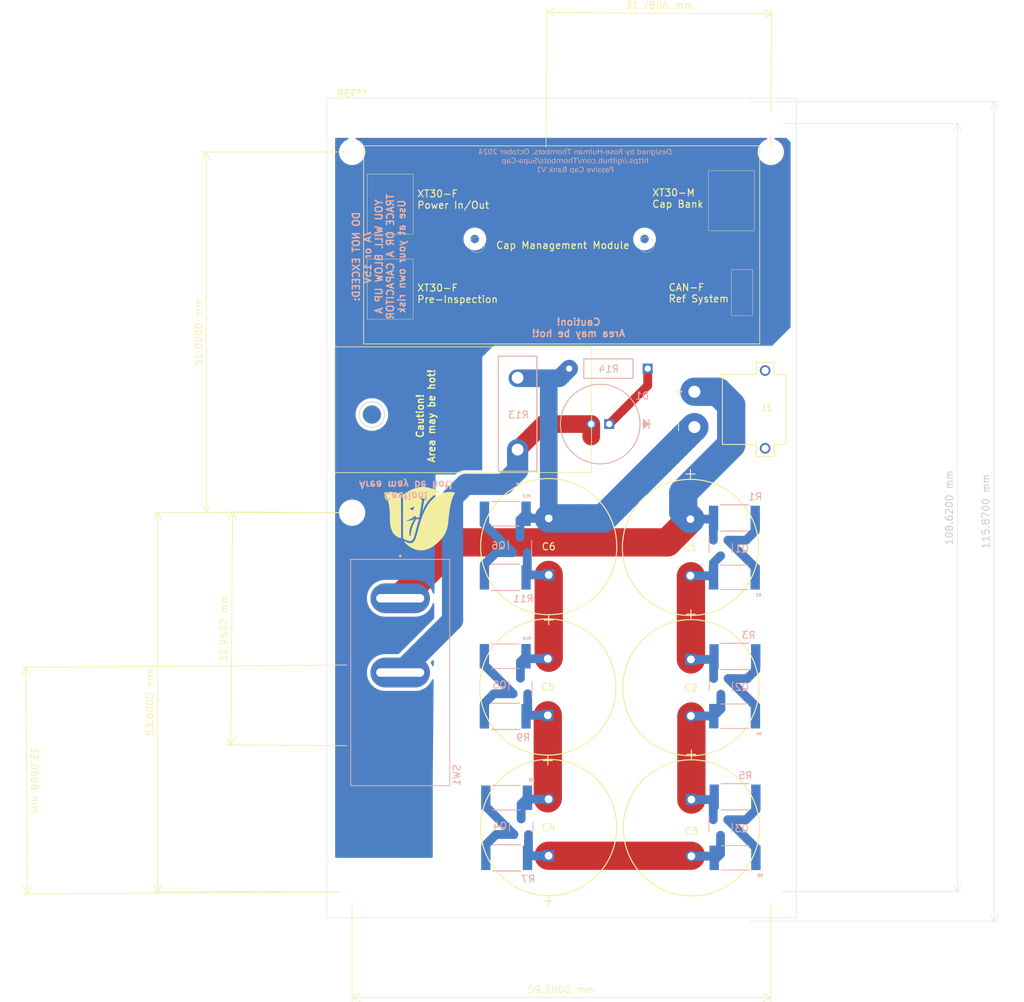
<source format=kicad_pcb>
(kicad_pcb (version 20240108) (generator "pcbnew") (generator_version "8.0")
  (layers (0 "F.Cu" signal) (31 "B.Cu" signal) (34 "B.Paste" user) (35 "F.Paste" user) (36 "B.SilkS" user "B.Silkscreen") (37 "F.SilkS" user "F.Silkscreen") (38 "B.Mask" user) (39 "F.Mask" user) (44 "Edge.Cuts" user))
  (net 0 "")
  (net 1 "V_15")
  (net 2 "Net-(C1--)")
  (net 3 "Net-(C2--)")
  (net 4 "Net-(C3--)")
  (net 5 "Net-(C4--)")
  (net 6 "Net-(C5--)")
  (net 7 "GND")
  (net 8 "Net-(D1-K)")
  (net 9 "Net-(D1-A)")
  (net 10 "Net-(Q1-B)")
  (net 11 "Net-(Q2-B)")
  (net 12 "Net-(Q3-B)")
  (net 13 "Net-(Q4-B)")
  (net 14 "Net-(Q5-B)")
  (net 15 "Net-(Q6-B)")
  (footprint "MountingHole:MountingHole_3.2mm_M3" (layer "F.Cu") (at 130.62 31.55)
    (property "Reference" "REF**" (at 0 -4.2 0) (layer "F.SilkS"))
    (property "Value" "MountingHole_3.2mm_M3")
    (pad "" np_thru_hole circle (at 0 0) (size 3.2 3.2) (drill 3.2) (layers "*.Cu" "*.Mask"))
  )
  (footprint "MountingHole:MountingHole_3.2mm_M3" (layer "F.Cu") (at 189.83 31.58)
    (property "Reference" "REF**" (hide yes))
    (property "Value" "MountingHole_3.2mm_M3")
    (pad "" np_thru_hole circle (at 0 0) (size 3.2 3.2) (drill 3.2) (layers "*.Cu" "*.Mask"))
  )
  (footprint "PassiveBankV1:100F Kyocera Cap" (layer "F.Cu") (at 178.419813 91.769012 -90)
    (property "Reference" "C1" (at -0.2536 -0.016187 0) (layer "F.SilkS"))
    (property "Value" "100F")
    (pad "1" thru_hole rect (at -4.2536 -0.016187 270) (size 1.6002 1.6002) (drill 1.0922) (layers "*.Cu" "*.Mask") (net 1 "V_15"))
    (pad "2" thru_hole circle (at 3.746399 -0.016187 270) (size 1.6002 1.6002) (drill 1.0922) (layers "*.Cu" "*.Mask") (net 2 "Net-(C1--)"))
  )
  (footprint "PassiveBankV1:100F Kyocera Cap" (layer "F.Cu") (at 158.285973 110.992797 90)
    (property "Reference" "C5" (at -0.2536 -0.016187 0) (layer "F.SilkS"))
    (property "Value" "100F")
    (pad "1" thru_hole rect (at -4.2536 -0.016187 90) (size 1.6002 1.6002) (drill 1.0922) (layers "*.Cu" "*.Mask") (net 5 "Net-(C4--)"))
    (pad "2" thru_hole circle (at 3.746399 -0.016187 90) (size 1.6002 1.6002) (drill 1.0922) (layers "*.Cu" "*.Mask") (net 6 "Net-(C5--)"))
  )
  (footprint "PassiveBankV1:100F Kyocera Cap" (layer "F.Cu") (at 178.552187 131.418 -90)
    (property "Reference" "C3" (at 0.2464 -0.016187 0) (layer "F.SilkS"))
    (property "Value" "100F")
    (pad "1" thru_hole rect (at -4.2536 -0.016187 270) (size 1.6002 1.6002) (drill 1.0922) (layers "*.Cu" "*.Mask") (net 3 "Net-(C2--)"))
    (pad "2" thru_hole circle (at 3.746399 -0.016187 270) (size 1.6002 1.6002) (drill 1.0922) (layers "*.Cu" "*.Mask") (net 4 "Net-(C3--)"))
  )
  (footprint "PassiveBankV1:100F Kyocera Cap" (layer "F.Cu") (at 178.48744 111.596 -90)
    (property "Reference" "C2" (at -0.2536 -0.016187 0) (layer "F.SilkS"))
    (property "Value" "100F")
    (pad "1" thru_hole rect (at -4.2536 -0.016187 270) (size 1.6002 1.6002) (drill 1.0922) (layers "*.Cu" "*.Mask") (net 2 "Net-(C1--)"))
    (pad "2" thru_hole circle (at 3.746399 -0.016187 270) (size 1.6002 1.6002) (drill 1.0922) (layers "*.Cu" "*.Mask") (net 3 "Net-(C2--)"))
  )
  (footprint "PassiveBankV1:100F Kyocera Cap" (layer "F.Cu") (at 158.4 130.853602 90)
    (property "Reference" "C4" (at -0.2536 -0.016187 0) (layer "F.SilkS"))
    (property "Value" "100F")
    (pad "1" thru_hole rect (at -4.2536 -0.016187 90) (size 1.6002 1.6002) (drill 1.0922) (layers "*.Cu" "*.Mask") (net 4 "Net-(C3--)"))
    (pad "2" thru_hole circle (at 3.746399 -0.016187 90) (size 1.6002 1.6002) (drill 1.0922) (layers "*.Cu" "*.Mask") (net 5 "Net-(C4--)"))
  )
  (footprint "MountingHole:MountingHole_3.2mm_M3" (layer "F.Cu") (at 189.8 140.2)
    (property "Reference" "REF**" (hide yes))
    (property "Value" "MountingHole_3.2mm_M3")
    (pad "" np_thru_hole circle (at 0 0) (size 3.2 3.2) (drill 3.2) (layers "*.Cu" "*.Mask"))
  )
  (footprint "MountingHole:MountingHole_3.2mm_M3" (layer "F.Cu") (at 168.219813 101.4)
    (property "Reference" "REF**" (hide yes))
    (property "Value" "MountingHole_3.2mm_M3")
    (pad "" np_thru_hole circle (at 0 0) (size 3.2 3.2) (drill 3.2) (layers "*.Cu" "*.Mask"))
  )
  (footprint "PassiveBankV1:100F Kyocera Cap" (layer "F.Cu") (at 158.416187 91.1464 90)
    (property "Reference" "C6" (at -0.2536 -0.016187 0) (layer "F.SilkS"))
    (property "Value" "100F")
    (pad "1" thru_hole rect (at -4.2536 -0.016187 90) (size 1.6002 1.6002) (drill 1.0922) (layers "*.Cu" "*.Mask") (net 6 "Net-(C5--)"))
    (pad "2" thru_hole circle (at 3.746399 -0.016187 90) (size 1.6002 1.6002) (drill 1.0922) (layers "*.Cu" "*.Mask") (net 7 "GND"))
  )
  (footprint "PassiveBankV1:XT30PW-M" (layer "F.Cu") (at 189 72 -90)
    (property "Reference" "J1" (at -0.2 -0.23 0) (layer "F.SilkS"))
    (property "Value" "XT30-Male")
    (pad "N" thru_hole circle (at 2.5 10 270) (size 2.55 2.55) (drill 1.7) (layers "*.Cu" "*.Mask") (net 7 "GND"))
    (pad "P" thru_hole rect (at -2.5 10 270) (size 2.55 2.55) (drill 1.7) (layers "*.Cu" "*.Mask") (net 1 "V_15"))
    (pad "S1" thru_hole circle (at 5.5 0 270) (size 1.508 1.508) (drill 1) (layers "*.Cu" "*.Mask"))
    (pad "S2" thru_hole circle (at -5.5 0 270) (size 1.508 1.508) (drill 1) (layers "*.Cu" "*.Mask"))
  )
  (footprint "MountingHole:MountingHole_3.2mm_M3" (layer "F.Cu") (at 168.4 121.2)
    (property "Reference" "REF**" (hide yes))
    (property "Value" "MountingHole_3.2mm_M3")
    (pad "" np_thru_hole circle (at 0 0) (size 3.2 3.2) (drill 3.2) (layers "*.Cu" "*.Mask"))
  )
  (footprint "MountingHole:MountingHole_3.2mm_M3" (layer "F.Cu") (at 130.6 86.6)
    (property "Reference" "REF**" (hide yes))
    (property "Value" "MountingHole_3.2mm_M3")
    (pad "" np_thru_hole circle (at 0 0) (size 3.2 3.2) (drill 3.2) (layers "F&B.Cu" "*.SilkS" "*.Mask" "B.Adhes"))
  )
  (footprint "PassiveBankV1:10mm RM Logo" (layer "F.Cu") (at 140.13 87.44)
    (property "Reference" "G***" (hide yes))
    (property "Value" "LOGO" (hide yes))
  )
  (footprint "MountingHole:MountingHole_3.2mm_M3" (layer "F.Cu") (at 130.6 140.2)
    (property "Reference" "REF**" (hide yes))
    (property "Value" "MountingHole_3.2mm_M3")
    (pad "" np_thru_hole circle (at 0 0) (size 3.2 3.2) (drill 3.2) (layers "*.Cu" "*.Mask"))
  )
  (footprint "MountingHole:MountingHole_3.2mm_M3" (layer "F.Cu") (at 189.8 101.4)
    (property "Reference" "REF**" (hide yes))
    (property "Value" "MountingHole_3.2mm_M3")
    (pad "" np_thru_hole circle (at 0 0) (size 3.2 3.2) (drill 3.2) (layers "*.Cu" "*.Mask"))
  )
  (footprint "PassiveBankV1:NPN BJT" (layer "B.Cu") (at 182.688 131.264 -90)
    (property "Reference" "Q3" (at 0 -3 0) (layer "B.SilkS") (effects (justify mirror)))
    (property "Value" "BC817-40" (hide yes))
    (pad "1" smd roundrect (at -1.25 1.03 270) (size 1 0.6) (layers "B.Cu" "B.Paste" "B.Mask") (net 3 "Net-(C2--)"))
    (pad "2" smd roundrect (at -1.25 -1.03 270) (size 1 0.6) (layers "B.Cu" "B.Paste" "B.Mask") (net 12 "Net-(Q3-B)"))
    (pad "3" smd roundrect (at 0.95 0 270) (size 1 0.6) (layers "B.Cu" "B.Paste" "B.Mask") (net 4 "Net-(C3--)"))
  )
  (footprint "PassiveBankV1:NPN BJT" (layer "B.Cu") (at 154.4 110.95 90)
    (property "Reference" "Q5" (at 0 -2.95 0) (layer "B.SilkS") (effects (justify mirror)))
    (property "Value" "BC817-40" (hide yes))
    (pad "1" smd roundrect (at -1.25 1.03 90) (size 1 0.6) (layers "B.Cu" "B.Paste" "B.Mask") (net 5 "Net-(C4--)"))
    (pad "2" smd roundrect (at -1.25 -1.03 90) (size 1 0.6) (layers "B.Cu" "B.Paste" "B.Mask") (net 14 "Net-(Q5-B)"))
    (pad "3" smd roundrect (at 0.95 0 90) (size 1 0.6) (layers "B.Cu" "B.Paste" "B.Mask") (net 6 "Net-(C5--)"))
  )
  (footprint "PassiveBankV1:20kResistor" (layer "B.Cu") (at 152.24856 115.3928 180)
    (property "Reference" "R9" (at -2.5536 -3.000002 0) (layer "B.SilkS") (effects (justify mirror)))
    (property "Value" "20k")
    (pad "1" smd rect (at -2.9464 0 180) (size 1.3208 3.4544) (layers "B.Cu" "B.Paste" "B.Mask") (net 5 "Net-(C4--)"))
    (pad "2" smd rect (at 2.9464 0 180) (size 1.3208 3.4544) (layers "B.Cu" "B.Paste" "B.Mask") (net 14 "Net-(Q5-B)"))
    (zone (net 0) (net_name "") (layer "B.Cu") (connect_pads (clearance 0)) (min_thickness 0.254)
      (keepout (tracks not_allowed) (vias not_allowed) (pads allowed) (copperpour not_allowed) (footprints allowed))
      (fill (thermal_gap 0.508) (thermal_bridge_width 0.508))
      (polygon (pts (xy 154.48376 113.7164) (xy 150.01336 113.7164) (xy 150.01336 117.0692) (xy 154.48376 117.0692)))
    )
  )
  (footprint "PassiveBankV1:680 Resistor" (layer "B.Cu") (at 166.9468 66.1825 180)
    (property "Reference" "R14" (at 0.0668 -0.0775 0) (layer "B.SilkS") (effects (justify mirror)))
    (property "Value" "680")
    (pad "1" thru_hole rect (at -5.44437 -0.0475 180) (size 1.397 1.397) (drill 0.889) (layers "*.Cu" "*.Mask") (net 8 "Net-(D1-K)"))
    (pad "2" thru_hole circle (at 5.65797 -0.0475 180) (size 1.397 1.397) (drill 0.889) (layers "*.Cu" "*.Mask") (net 7 "GND"))
  )
  (footprint "PassiveBankV1:20kResistor" (layer "B.Cu") (at 184.7416 126.764)
    (property "Reference" "R5" (at 1.47 -3 0) (layer "B.SilkS") (effects (justify mirror)))
    (property "Value" "20k")
    (pad "1" smd rect (at -2.9464 0) (size 1.3208 3.4544) (layers "B.Cu" "B.Paste" "B.Mask") (net 3 "Net-(C2--)"))
    (pad "2" smd rect (at 2.9464 0) (size 1.3208 3.4544) (layers "B.Cu" "B.Paste" "B.Mask") (net 12 "Net-(Q3-B)"))
    (zone (net 0) (net_name "") (layer "B.Cu") (connect_pads (clearance 0)) (min_thickness 0.254)
      (keepout (tracks not_allowed) (vias not_allowed) (pads allowed) (copperpour not_allowed) (footprints allowed))
      (fill (thermal_gap 0.508) (thermal_bridge_width 0.508))
      (polygon (pts (xy 182.5064 128.4404) (xy 186.9768 128.4404) (xy 186.9768 125.0876) (xy 182.5064 125.0876)))
    )
  )
  (footprint "PassiveBankV1:10mm LED" (layer "B.Cu") (at 165.618988 74.131012 180)
    (property "Reference" "D1" (at -6.001012 4.061012 0) (layer "B.SilkS") (effects (justify mirror)))
    (property "Value" "10mm_LED")
    (pad "1" thru_hole rect (at -1.331012 0.061012 180) (size 1.397 1.397) (drill 0.889) (layers "*.Cu" "*.Mask") (net 8 "Net-(D1-K)"))
    (pad "2" thru_hole circle (at 1.208988 0.061012 180) (size 1.397 1.397) (drill 0.889) (layers "*.Cu" "*.Mask") (net 9 "Net-(D1-A)"))
  )
  (footprint "PassiveBankV1:20kResistor" (layer "B.Cu") (at 184.650027 87.3424)
    (property "Reference" "R1" (at 2.9464 -3 0) (layer "B.SilkS") (effects (justify mirror)))
    (property "Value" "20k")
    (pad "1" smd rect (at -2.9464 0) (size 1.3208 3.4544) (layers "B.Cu" "B.Paste" "B.Mask") (net 1 "V_15"))
    (pad "2" smd rect (at 2.9464 0) (size 1.3208 3.4544) (layers "B.Cu" "B.Paste" "B.Mask") (net 10 "Net-(Q1-B)"))
    (zone (net 0) (net_name "") (layer "B.Cu") (connect_pads (clearance 0)) (min_thickness 0.254)
      (keepout (tracks not_allowed) (vias not_allowed) (pads allowed) (copperpour not_allowed) (footprints allowed))
      (fill (thermal_gap 0.508) (thermal_bridge_width 0.508))
      (polygon (pts (xy 182.414827 89.0188) (xy 186.885227 89.0188) (xy 186.885227 85.666) (xy 182.414827 85.666)))
    )
  )
  (footprint "PassiveBankV1:20kResistor" (layer "B.Cu") (at 152.2536 95.75 180)
    (property "Reference" "R11" (at -2.5536 -3.000001 0) (layer "B.SilkS") (effects (justify mirror)))
    (property "Value" "20k")
    (pad "1" smd rect (at -2.9464 0 180) (size 1.3208 3.4544) (layers "B.Cu" "B.Paste" "B.Mask") (net 6 "Net-(C5--)"))
    (pad "2" smd rect (at 2.9464 0 180) (size 1.3208 3.4544) (layers "B.Cu" "B.Paste" "B.Mask") (net 15 "Net-(Q6-B)"))
    (zone (net 0) (net_name "") (layer "B.Cu") (connect_pads (clearance 0)) (min_thickness 0.254)
      (keepout (tracks not_allowed) (vias not_allowed) (pads allowed) (copperpour not_allowed) (footprints allowed))
      (fill (thermal_gap 0.508) (thermal_bridge_width 0.508))
      (polygon (pts (xy 154.4888 94.0736) (xy 150.0184 94.0736) (xy 150.0184 97.4264) (xy 154.4888 97.4264)))
    )
  )
  (footprint "PassiveBankV1:787Resistor" (layer "B.Cu") (at 152.24616 106.8928)
    (property "Reference" "R10" (at 3.056 -2.499999 0) (layer "B.SilkS") (effects (font (size 0.393701 0.393701)) (justify mirror)))
    (property "Value" "7.87k")
    (pad "1" smd rect (at -2.944 0) (size 1.33 3.46) (layers "B.Cu" "B.Paste" "B.Mask") (net 14 "Net-(Q5-B)"))
    (pad "2" smd rect (at 2.944 0) (size 1.33 3.46) (layers "B.Cu" "B.Paste" "B.Mask") (net 6 "Net-(C5--)"))
  )
  (footprint "PassiveBankV1:NPN BJT" (layer "B.Cu") (at 154.3372 91 90)
    (property "Reference" "Q6" (at -0.25 -3.03 0) (layer "B.SilkS") (effects (justify mirror)))
    (property "Value" "BC817-40" (hide yes))
    (pad "1" smd roundrect (at -1.25 1.03 90) (size 1 0.6) (layers "B.Cu" "B.Paste" "B.Mask") (net 6 "Net-(C5--)"))
    (pad "2" smd roundrect (at -1.25 -1.03 90) (size 1 0.6) (layers "B.Cu" "B.Paste" "B.Mask") (net 15 "Net-(Q6-B)"))
    (pad "3" smd roundrect (at 0.95 0 90) (size 1 0.6) (layers "B.Cu" "B.Paste" "B.Mask") (net 7 "GND"))
  )
  (footprint "PassiveBankV1:NPN BJT" (layer "B.Cu") (at 154.5072 130.85 90)
    (property "Reference" "Q4" (at -0.05 -3 0) (layer "B.SilkS") (effects (justify mirror)))
    (property "Value" "BC817-40" (hide yes))
    (pad "1" smd roundrect (at -1.25 1.03 90) (size 1 0.6) (layers "B.Cu" "B.Paste" "B.Mask") (net 4 "Net-(C3--)"))
    (pad "2" smd roundrect (at -1.25 -1.03 90) (size 1 0.6) (layers "B.Cu" "B.Paste" "B.Mask") (net 13 "Net-(Q4-B)"))
    (pad "3" smd roundrect (at 0.95 0 90) (size 1 0.6) (layers "B.Cu" "B.Paste" "B.Mask") (net 5 "Net-(C4--)"))
  )
  (footprint "PassiveBankV1:NPN BJT" (layer "B.Cu") (at 182.740054 111.3076 -90)
    (property "Reference" "Q2" (at -0.057199 -2.97 0) (layer "B.SilkS") (effects (justify mirror)))
    (property "Value" "BC817-40" (hide yes))
    (pad "1" smd roundrect (at -1.25 1.03 270) (size 1 0.6) (layers "B.Cu" "B.Paste" "B.Mask") (net 2 "Net-(C1--)"))
    (pad "2" smd roundrect (at -1.25 -1.03 270) (size 1 0.6) (layers "B.Cu" "B.Paste" "B.Mask") (net 11 "Net-(Q2-B)"))
    (pad "3" smd roundrect (at 0.95 0 270) (size 1 0.6) (layers "B.Cu" "B.Paste" "B.Mask") (net 3 "Net-(C2--)"))
  )
  (footprint "PassiveBankV1:20kResistor" (layer "B.Cu") (at 184.717654 106.9236)
    (property "Reference" "R3" (at 1.9464 -3 0) (layer "B.SilkS") (effects (justify mirror)))
    (property "Value" "20k")
    (pad "1" smd rect (at -2.9464 0) (size 1.3208 3.4544) (layers "B.Cu" "B.Paste" "B.Mask") (net 2 "Net-(C1--)"))
    (pad "2" smd rect (at 2.9464 0) (size 1.3208 3.4544) (layers "B.Cu" "B.Paste" "B.Mask") (net 11 "Net-(Q2-B)"))
    (zone (net 0) (net_name "") (layer "B.Cu") (connect_pads (clearance 0)) (min_thickness 0.254)
      (keepout (tracks not_allowed) (vias not_allowed) (pads allowed) (copperpour not_allowed) (footprints allowed))
      (fill (thermal_gap 0.508) (thermal_bridge_width 0.508))
      (polygon (pts (xy 182.482454 108.6) (xy 186.952854 108.6) (xy 186.952854 105.2472) (xy 182.482454 105.2472)))
    )
  )
  (footprint "PassiveBankV1:787Resistor" (layer "B.Cu") (at 152.4512 126.9)
    (property "Reference" "R8" (at 3.556 -2.5 0) (layer "B.SilkS") (effects (font (size 0.393701 0.393701)) (justify mirror)))
    (property "Value" "7.87k")
    (pad "1" smd rect (at -2.944 0) (size 1.33 3.46) (layers "B.Cu" "B.Paste" "B.Mask") (net 13 "Net-(Q4-B)"))
    (pad "2" smd rect (at 2.944 0) (size 1.33 3.46) (layers "B.Cu" "B.Paste" "B.Mask") (net 5 "Net-(C4--)"))
  )
  (footprint "PassiveBankV1:100Watt2" (layer "B.Cu") (at 154 72.6 90)
    (property "Reference" "R13" (at -0.17 0.12 0) (layer "B.SilkS") (effects (justify mirror)))
    (property "Value" "2 : 100Watt")
    (pad "1" thru_hole circle (at -5.081 0 90) (size 2.1844 2.1844) (drill 1.6764) (layers "*.Cu" "*.Mask") (net 9 "Net-(D1-A)"))
    (pad "3" thru_hole circle (at 5.079 0 90) (size 2.1844 2.1844) (drill 1.6764) (layers "*.Cu" "*.Mask") (net 7 "GND"))
  )
  (footprint "PassiveBankV1:787Resistor" (layer "B.Cu") (at 152.2512 86.75)
    (property "Reference" "R12" (at 3.056 -2.499999 0) (layer "B.SilkS") (effects (font (size 0.393701 0.393701)) (justify mirror)))
    (property "Value" "7.87k")
    (pad "1" smd rect (at -2.944 0) (size 1.33 3.46) (layers "B.Cu" "B.Paste" "B.Mask") (net 15 "Net-(Q6-B)"))
    (pad "2" smd rect (at 2.944 0) (size 1.33 3.46) (layers "B.Cu" "B.Paste" "B.Mask") (net 7 "GND"))
  )
  (footprint "PassiveBankV1:SW_RB141C1100" (layer "B.Cu") (at 137.4 109.2 90)
    (property "Reference" "SW1" (at -14.5 8 90) (layer "B.SilkS") (effects (justify mirror)))
    (property "Value" "SW_Push_Open")
    (pad "1" thru_hole oval (at 10.5 0 90) (size 4.2 8.4) (drill oval 1.2 6.8) (layers "*.Cu" "*.Mask") (net 1 "V_15"))
    (pad "2" thru_hole oval (at 0 0 90) (size 4.2 8.4) (drill oval 1.2 6.8) (layers "*.Cu" "*.Mask") (net 9 "Net-(D1-A)"))
  )
  (footprint "PassiveBankV1:20kResistor" (layer "B.Cu") (at 152.4536 135.4 180)
    (property "Reference" "R7" (at -3.0536 -3.000002 0) (layer "B.SilkS") (effects (justify mirror)))
    (property "Value" "20k")
    (pad "1" smd rect (at -2.9464 0 180) (size 1.3208 3.4544) (layers "B.Cu" "B.Paste" "B.Mask") (net 4 "Net-(C3--)"))
    (pad "2" smd rect (at 2.9464 0 180) (size 1.3208 3.4544) (layers "B.Cu" "B.Paste" "B.Mask") (net 13 "Net-(Q4-B)"))
    (zone (net 0) (net_name "") (layer "B.Cu") (connect_pads (clearance 0)) (min_thickness 0.254)
      (keepout (tracks not_allowed) (vias not_allowed) (pads allowed) (copperpour not_allowed) (footprints allowed))
      (fill (thermal_gap 0.508) (thermal_bridge_width 0.508))
      (polygon (pts (xy 154.6888 133.7236) (xy 150.2184 133.7236) (xy 150.2184 137.0764) (xy 154.6888 137.0764)))
    )
  )
  (footprint "PassiveBankV1:787Resistor" (layer "B.Cu") (at 184.647627 95.7424 180)
    (property "Reference" "R2" (at -3.444 -2.500001 0) (layer "B.SilkS") (effects (font (size 0.393701 0.393701)) (justify mirror)))
    (property "Value" "7.87k")
    (pad "1" smd rect (at -2.944 0 180) (size 1.33 3.46) (layers "B.Cu" "B.Paste" "B.Mask") (net 10 "Net-(Q1-B)"))
    (pad "2" smd rect (at 2.944 0 180) (size 1.33 3.46) (layers "B.Cu" "B.Paste" "B.Mask") (net 2 "Net-(C1--)"))
  )
  (footprint "PassiveBankV1:787Resistor" (layer "B.Cu") (at 184.744 135.4 180)
    (property "Reference" "R6" (at -3.556 -2.500001 0) (layer "B.SilkS") (effects (font (size 0.393701 0.393701)) (justify mirror)))
    (property "Value" "7.87k")
    (pad "1" smd rect (at -2.944 0 180) (size 1.33 3.46) (layers "B.Cu" "B.Paste" "B.Mask") (net 12 "Net-(Q3-B)"))
    (pad "2" smd rect (at 2.944 0 180) (size 1.33 3.46) (layers "B.Cu" "B.Paste" "B.Mask") (net 4 "Net-(C3--)"))
  )
  (footprint "PassiveBankV1:787Resistor" (layer "B.Cu") (at 184.680054 115.3716 180)
    (property "Reference" "R4" (at -3.444 -2.5 0) (layer "B.SilkS") (effects (font (size 0.393701 0.393701)) (justify mirror)))
    (property "Value" "7.87k")
    (pad "1" smd rect (at -2.944 0 180) (size 1.33 3.46) (layers "B.Cu" "B.Paste" "B.Mask") (net 11 "Net-(Q2-B)"))
    (pad "2" smd rect (at 2.944 0 180) (size 1.33 3.46) (layers "B.Cu" "B.Paste" "B.Mask") (net 3 "Net-(C2--)"))
  )
  (footprint "PassiveBankV1:NPN BJT" (layer "B.Cu") (at 182.703627 91.7424 -90)
    (property "Reference" "Q1" (at -0.049999 -3 0) (layer "B.SilkS") (effects (justify mirror)))
    (property "Value" "BC817-40" (hide yes))
    (pad "1" smd roundrect (at -1.25 1.03 270) (size 1 0.6) (layers "B.Cu" "B.Paste" "B.Mask") (net 1 "V_15"))
    (pad "2" smd roundrect (at -1.25 -1.03 270) (size 1 0.6) (layers "B.Cu" "B.Paste" "B.Mask") (net 10 "Net-(Q1-B)"))
    (pad "3" smd roundrect (at 0.95 0 270) (size 1 0.6) (layers "B.Cu" "B.Paste" "B.Mask") (net 2 "Net-(C1--)"))
  )
  (gr_rect (start 132.73 50.73) (end 139.23 59.23) (stroke (width 0.05)) (fill none) (layer "F.SilkS"))
  (gr_rect (start 132.23 34.73) (end 188.23 62.73) (stroke (width 0.1)) (fill none) (layer "F.SilkS"))
  (gr_rect (start 132.73 38.73) (end 139.23 47.23) (stroke (width 0.05)) (fill none) (layer "F.SilkS"))
  (gr_rect (start 128.07 63.15) (end 164.45 80.93) (stroke (width 0.1)) (fill none) (layer "F.SilkS"))
  (gr_rect (start 180.98 38.23) (end 187.48 46.73) (stroke (width 0.05)) (fill none) (layer "F.SilkS"))
  (gr_rect (start 184.23 52.23) (end 187.23 58.73) (stroke (width 0.05)) (fill none) (layer "F.SilkS"))
  (gr_line (start 127 28.780066) (end 127 27.98) (stroke (width 0.05)) (layer "Edge.Cuts"))
  (gr_line (start 192.61 27.98) (end 193.4 27.98) (stroke (width 0.05)) (layer "Edge.Cuts"))
  (gr_circle (center 133.4 72.72) (end 133.4 70.92) (stroke (width 0.1)) (fill none) (layer "Edge.Cuts"))
  (gr_line (start 127.81 27.98) (end 127 27.98) (stroke (width 0.05)) (layer "Edge.Cuts"))
  (gr_line (start 193.4 32.765685) (end 193.4 28.78) (stroke (width 0.05)) (layer "Edge.Cuts"))
  (gr_line (start 193.4 28.78) (end 193.4 28.01) (stroke (width 0.05)) (layer "Edge.Cuts"))
  (gr_line (start 127.8 143.85) (end 127 143.85) (stroke (width 0.05)) (layer "Edge.Cuts"))
  (gr_line (start 127 32.765685) (end 127 28.780066) (stroke (width 0.05)) (layer "Edge.Cuts"))
  (gr_line (start 193.4 27.98) (end 193.4 28.01) (stroke (width 0.05)) (layer "Edge.Cuts"))
  (gr_line (start 193.4 143.05) (end 193.4 143.85) (stroke (width 0.05)) (layer "Edge.Cuts"))
  (gr_line (start 127 32.765685) (end 127 143.05) (stroke (width 0.05)) (layer "Edge.Cuts"))
  (gr_line (start 193.4 143.05) (end 193.4 32.765685) (stroke (width 0.05)) (layer "Edge.Cuts"))
  (gr_line (start 127 143.05) (end 127 143.85) (stroke (width 0.05)) (layer "Edge.Cuts"))
  (gr_circle (center 172.23 48.73) (end 173.33 48.73) (stroke (width 0.05)) (fill none) (layer "Edge.Cuts"))
  (gr_circle (center 148.23 48.73) (end 149.33 48.73) (stroke (width 0.05)) (fill none) (layer "Edge.Cuts"))
  (gr_line (start 192.61 27.98) (end 127.81 27.98) (stroke (width 0.05)) (layer "Edge.Cuts"))
  (gr_line (start 192.6 143.85) (end 193.4 143.85) (stroke (width 0.05)) (layer "Edge.Cuts"))
  (gr_line (start 127.8 143.85) (end 192.6 143.85) (stroke (width 0.05)) (layer "Edge.Cuts"))
  (gr_text "Caution!\nArea may be hot!" (at 162.62 61.84 0) (layer "B.SilkS") (effects (font (size 1 1) (thickness 0.2) (bold yes)) (justify bottom mirror)))
  (gr_text "Designed by Rose-Hulman Thornbots, October 2024\nhttps://github.com/Thornbots/Supa-Cap\nPassive Cap Bank V1" (at 162.13 38.58 0) (layer "B.SilkS") (effects (font (size 0.75 0.75) (thickness 0.1)) (justify bottom mirror)))
  (gr_text "Caution!\nArea may be hot!" (at 138.18 82.04 180) (layer "B.SilkS") (effects (font (size 1 1) (thickness 0.2) (bold yes)) (justify bottom mirror)))
  (gr_text "DO NOT EXCEED:\n7A or 15V\nYOU WILL BLOW UP A\nTRACE OR A CAPACITOR\nUse at your own risk" (at 138.2 50.39 90) (layer "B.SilkS") (effects (font (size 1 1) (thickness 0.2) (bold yes)) (justify bottom mirror)))
  (gr_text "CAN-F\nRef System" (at 175.27 56.94 0) (layer "F.SilkS") (effects (font (size 1 1)) (justify left bottom)))
  (gr_text "XT30-M\nCap Bank" (at 172.95 43.55 0) (layer "F.SilkS") (effects (font (size 1 1)) (justify left bottom)))
  (gr_text "XT30-F\nPower In/Out" (at 139.72 43.7 0) (layer "F.SilkS") (effects (font (size 1 1)) (justify left bottom)))
  (gr_text "Cap Management Module" (at 150.87 49.38 0) (layer "F.SilkS") (effects (font (size 1 1)) (justify left bottom)))
  (gr_text "XT30-F\nPre-Inspection" (at 139.72 57.02 0) (layer "F.SilkS") (effects (font (size 1 1)) (justify left bottom)))
  (gr_text "Caution!\nArea may be hot!" (at 142.41 72.93 90) (layer "F.SilkS") (effects (font (size 1 1) (thickness 0.2) (bold yes)) (justify bottom)))
  (dimension (type aligned) (layer "F.SilkS") (pts (xy 189.8 140.2) (xy 130.6 140.2)) (height -14.94) (gr_text "59.2000 mm" (at 160.2 154.04 0) (layer "F.SilkS") (effects (font (size 1 1) (thickness 0.1)))) (format (prefix "") (suffix "") (units 3) (units_format 1) (precision 4)) (style (thickness 0.1) (arrow_length 1.27) (text_position_mode 0) (extension_height 0.58642) (extension_offset 0.5) keep_text_aligned))
  (dimension (type aligned) (layer "F.SilkS") (pts (xy 130.6 86.6) (xy 130.38 119.55)) (height 16.90983) (gr_text "32.9507 mm" (at 112.480572 102.954755 89.6174542) (layer "F.SilkS") (effects (font (size 1 1) (thickness 0.1)))) (format (prefix "") (suffix "") (units 3) (units_format 1) (precision 4)) (style (thickness 0.1) (arrow_length 1.27) (text_position_mode 0) (extension_height 0.58642) (extension_offset 0.5) keep_text_aligned))
  (dimension (type aligned) (layer "F.SilkS") (pts (xy 130.6 35.6) (xy 130.6 86.6)) (height 20.6) (gr_text "51.0000 mm" (at 108.9 61.1 90) (layer "F.SilkS") (effects (font (size 1 1) (thickness 0.1)))) (format (prefix "") (suffix "") (units 3) (units_format 1) (precision 4)) (style (thickness 0.1) (arrow_length 1.27) (text_position_mode 0) (extension_height 0.58642) (extension_offset 0.5) keep_text_aligned))
  (dimension (type aligned) (layer "F.SilkS") (pts (xy 130.6 140.2) (xy 130.38 108.14)) (height -45.91434) (gr_text "32.0608 mm" (at 85.676715 124.477515 -89.60683488) (layer "F.SilkS") (effects (font (size 1 1) (thickness 0.1)))) (format (prefix "") (suffix "") (units 3) (units_format 1) (precision 4)) (style (thickness 0.1) (arrow_length 1.27) (text_position_mode 0) (extension_height 0.58642) (extension_offset 0.5) keep_text_aligned))
  (dimension (type aligned) (layer "F.SilkS") (pts (xy 130.6 86.6) (xy 130.6 140.2)) (height 27.49) (gr_text "53.6000 mm" (at 102.01 113.4 90) (layer "F.SilkS") (effects (font (size 1 1) (thickness 0.1)))) (format (prefix "") (suffix "") (units 3) (units_format 1) (precision 4)) (style (thickness 0.1) (arrow_length 1.27) (text_position_mode 0) (extension_height 0.58642) (extension_offset 0.5) keep_text_aligned))
  (dimension (type aligned) (layer "F.SilkS") (pts (xy 189.8 35.6) (xy 158.02 35.4)) (height 19.526613) (gr_text "31.7806 mm" (at 174.039806 14.873796 -0.3605728328) (layer "F.SilkS") (effects (font (size 1 1) (thickness 0.1)))) (format (prefix "") (suffix "") (units 3) (units_format 1) (precision 4)) (style (thickness 0.1) (arrow_length 1.27) (text_position_mode 0) (extension_height 0.58642) (extension_offset 0.5) keep_text_aligned))
  (dimension (type aligned) (layer "Edge.Cuts") (pts (xy 189.8 140.2) (xy 189.8 31.58)) (height 26.38) (gr_text "108.6200 mm" (at 215.03 85.89 90) (layer "Edge.Cuts") (effects (font (size 1 1) (thickness 0.15)))) (format (prefix "") (suffix "") (units 3) (units_format 1) (precision 4)) (style (thickness 0.05) (arrow_length 1.27) (text_position_mode 0) (extension_height 0.58642) (extension_offset 0.5) keep_text_aligned))
  (dimension (type aligned) (layer "Edge.Cuts") (pts (xy 186.33 144.35) (xy 186.33 28.48)) (height 35.02) (gr_text "115.8700 mm" (at 220.2 86.415 90) (layer "Edge.Cuts") (effects (font (size 1 1) (thickness 0.15)))) (format (prefix "") (suffix "") (units 3) (units_format 1) (precision 4)) (style (thickness 0.05) (arrow_length 1.27) (text_position_mode 0) (extension_height 0.58642) (extension_offset 0.5) keep_text_aligned))
  (segment (start 178.436 87.515412) (end 175.151412 90.8) (width 4) (layer "F.Cu") (net 1))
  (segment (start 145.3 90.8) (end 137.4 98.7) (width 4) (layer "F.Cu") (net 1))
  (segment (start 175.151412 90.8) (end 145.3 90.8) (width 4) (layer "F.Cu") (net 1))
  (segment (start 181.673627 90.4924) (end 181.673627 87.3724) (width 1.25) (layer "B.Cu") (net 1))
  (segment (start 177.419813 83.769012) (end 177.419813 86.499225) (width 4) (layer "B.Cu") (net 1))
  (segment (start 179 69.5) (end 182.3 69.5) (width 4) (layer "B.Cu") (net 1))
  (segment (start 177.419813 86.499225) (end 178.436 87.515412) (width 4) (layer "B.Cu") (net 1))
  (segment (start 182.3 69.5) (end 184.2 71.4) (width 4) (layer "B.Cu") (net 1))
  (segment (start 178.436 87.515412) (end 181.530615 87.515412) (width 1.25) (layer "B.Cu") (net 1))
  (segment (start 181.530615 87.515412) (end 181.703627 87.3424) (width 1.25) (layer "B.Cu") (net 1))
  (segment (start 184.2 76.988825) (end 184.2 71.4) (width 4) (layer "B.Cu") (net 1))
  (segment (start 181.673627 87.3724) (end 181.703627 87.3424) (width 1.25) (layer "B.Cu") (net 1))
  (segment (start 177.419813 83.769012) (end 184.2 76.988825) (width 4) (layer "B.Cu") (net 1))
  (segment (start 178.503627 107.3424) (end 178.503627 95.583038) (width 4) (layer "F.Cu") (net 2))
  (segment (start 178.503627 95.583038) (end 178.436 95.515411) (width 1.25) (layer "F.Cu") (net 2))
  (segment (start 181.710054 110.0576) (end 181.710054 107.0608) (width 1.25) (layer "B.Cu") (net 2))
  (segment (start 181.476638 95.515411) (end 181.703627 95.7424) (width 1.25) (layer "B.Cu") (net 2))
  (segment (start 181.703627 95.7424) (end 181.703627 93.6924) (width 1.25) (layer "B.Cu") (net 2))
  (segment (start 178.503627 107.3424) (end 181.352454 107.3424) (width 1.25) (layer "B.Cu") (net 2))
  (segment (start 181.703627 93.6924) (end 182.703627 92.6924) (width 1.25) (layer "B.Cu") (net 2))
  (segment (start 178.436 95.515411) (end 181.476638 95.515411) (width 1.25) (layer "B.Cu") (net 2))
  (segment (start 181.352454 107.3424) (end 181.771254 106.9236) (width 1.25) (layer "B.Cu") (net 2))
  (segment (start 178.568374 127.1644) (end 178.568374 115.407146) (width 4) (layer "F.Cu") (net 3))
  (segment (start 178.568374 115.407146) (end 178.503627 115.342399) (width 1.25) (layer "F.Cu") (net 3))
  (segment (start 181.658 126.9012) (end 181.7952 126.764) (width 1.25) (layer "B.Cu") (net 3))
  (segment (start 181.3948 127.1644) (end 181.7952 126.764) (width 1.25) (layer "B.Cu") (net 3))
  (segment (start 182.740054 114.3676) (end 181.736054 115.3716) (width 1.25) (layer "B.Cu") (net 3))
  (segment (start 181.658 130.014) (end 181.658 126.9012) (width 1.25) (layer "B.Cu") (net 3))
  (segment (start 178.568374 127.1644) (end 181.3948 127.1644) (width 1.25) (layer "B.Cu") (net 3))
  (segment (start 181.706853 115.342399) (end 181.736054 115.3716) (width 1.25) (layer "B.Cu") (net 3))
  (segment (start 178.503627 115.342399) (end 181.706853 115.342399) (width 1.25) (layer "B.Cu") (net 3))
  (segment (start 182.740054 112.2576) (end 182.740054 114.3676) (width 1.25) (layer "B.Cu") (net 3))
  (segment (start 178.511177 135.107202) (end 178.568374 135.164399) (width 1.25) (layer "F.Cu") (net 4))
  (segment (start 158.383813 135.107202) (end 178.511177 135.107202) (width 4) (layer "F.Cu") (net 4))
  (segment (start 181.564399 135.164399) (end 181.8 135.4) (width 1.25) (layer "B.Cu") (net 4))
  (segment (start 155.5372 135.2628) (end 155.4 135.4) (width 1.25) (layer "B.Cu") (net 4))
  (segment (start 155.692798 135.107202) (end 155.4 135.4) (width 1.25) (layer "B.Cu") (net 4))
  (segment (start 155.5372 132.1) (end 155.5372 135.2628) (width 1.25) (layer "B.Cu") (net 4))
  (segment (start 158.383813 135.107202) (end 155.692798 135.107202) (width 1.25) (layer "B.Cu") (net 4))
  (segment (start 182.688 132.214) (end 182.688 134.876) (width 1.25) (layer "B.Cu") (net 4))
  (segment (start 182.688 134.876) (end 181.8 135.764) (width 1.25) (layer "B.Cu") (net 4))
  (segment (start 181.792799 135.756799) (end 181.8 135.764) (width 1.25) (layer "B.Cu") (net 4))
  (segment (start 178.568374 135.164399) (end 181.564399 135.164399) (width 1.25) (layer "B.Cu") (net 4))
  (segment (start 158.269786 126.993176) (end 158.383813 127.107203) (width 1.25) (layer "F.Cu") (net 5))
  (segment (start 158.269786 115.246397) (end 158.269786 126.993176) (width 4) (layer "F.Cu") (net 5))
  (segment (start 155.602403 127.107203) (end 155.3952 126.9) (width 1.25) (layer "B.Cu") (net 5))
  (segment (start 158.383813 127.107203) (end 155.602403 127.107203) (width 1.25) (layer "B.Cu") (net 5))
  (segment (start 155.43 115.15776) (end 155.19496 115.3928) (width 1.25) (layer "B.Cu") (net 5))
  (segment (start 154.5072 127.788) (end 155.3952 126.9) (width 1.25) (layer "B.Cu") (net 5))
  (segment (start 154.5072 129.9) (end 154.5072 127.788) (width 1.25) (layer "B.Cu") (net 5))
  (segment (start 155.43 112.2) (end 155.43 115.15776) (width 1.25) (layer "B.Cu") (net 5))
  (segment (start 158.269786 115.246397) (end 155.341363 115.246397) (width 1.25) (layer "B.Cu") (net 5))
  (segment (start 155.341363 115.246397) (end 155.19496 115.3928) (width 1.25) (layer "B.Cu") (net 5))
  (segment (start 158.4 95.4) (end 158.4 107.116184) (width 4) (layer "F.Cu") (net 6))
  (segment (start 158.4 107.116184) (end 158.269786 107.246398) (width 1.25) (layer "F.Cu") (net 6))
  (segment (start 158.4 95.4) (end 155.55 95.4) (width 1.25) (layer "B.Cu") (net 6))
  (segment (start 155.55 95.4) (end 155.2 95.75) (width 1.25) (layer "B.Cu") (net 6))
  (segment (start 155.3672 92.25) (end 155.3672 95.5828) (width 1.25) (layer "B.Cu") (net 6))
  (segment (start 158.4 107.116184) (end 158.269786 107.246398) (width 1.25) (layer "B.Cu") (net 6))
  (segment (start 158.269786 107.246398) (end 155.543758 107.246398) (width 1.25) (layer "B.Cu") (net 6))
  (segment (start 154.4 110) (end 154.4 107.68296) (width 1.25) (layer "B.Cu") (net 6))
  (segment (start 155.3672 95.5828) (end 155.2 95.75) (width 1.25) (layer "B.Cu") (net 6))
  (segment (start 155.543758 107.246398) (end 155.19016 106.8928) (width 1.25) (layer "B.Cu") (net 6))
  (segment (start 154.4 107.68296) (end 155.19016 106.8928) (width 1.25) (layer "B.Cu") (net 6))
  (segment (start 154.3372 87.608) (end 155.1952 86.75) (width 1.25) (layer "B.Cu") (net 7))
  (segment (start 166.099999 87.400001) (end 179 74.5) (width 4) (layer "B.Cu") (net 7))
  (segment (start 158.4 67.991) (end 158.8 67.591) (width 2.5) (layer "B.Cu") (net 7))
  (segment (start 158.8 67.591) (end 159.92783 67.591) (width 2.5) (layer "B.Cu") (net 7))
  (segment (start 155.845201 87.400001) (end 155.1952 86.75) (width 1.25) (layer "B.Cu") (net 7))
  (segment (start 159.92783 67.591) (end 161.28883 66.23) (width 2.5) (layer "B.Cu") (net 7))
  (segment (start 158.4 87.400001) (end 162.688824 87.400001) (width 4) (layer "B.Cu") (net 7))
  (segment (start 158.4 87.400001) (end 155.845201 87.400001) (width 1.25) (layer "B.Cu") (net 7))
  (segment (start 154.3372 90.05) (end 154.3372 87.608) (width 1.25) (layer "B.Cu") (net 7))
  (segment (start 153.97 67.591) (end 158.8 67.591) (width 2.5) (layer "B.Cu") (net 7))
  (segment (start 158.4 87.400001) (end 158.4 67.991) (width 2.5) (layer "B.Cu") (net 7))
  (segment (start 162.688824 87.400001) (end 166.099999 87.400001) (width 4) (layer "B.Cu") (net 7))
  (segment (start 172.39117 68.62883) (end 166.95 74.07) (width 1.25) (layer "F.Cu") (net 8))
  (segment (start 172.39117 66.23) (end 172.39117 68.62883) (width 1.25) (layer "F.Cu") (net 8))
  (segment (start 157.651 74.07) (end 153.97 77.751) (width 2.5) (layer "F.Cu") (net 9))
  (segment (start 164.41 75.827) (end 164.41 74.07) (width 2.5) (layer "F.Cu") (net 9))
  (segment (start 164.41 74.07) (end 157.651 74.07) (width 2.5) (layer "F.Cu") (net 9))
  (segment (start 144.8 84.4622) (end 146.6622 82.6) (width 3) (layer "B.Cu") (net 9))
  (segment (start 154 80.6) (end 154 77.681) (width 3) (layer "B.Cu") (net 9))
  (segment (start 137.4 109.2) (end 144.8 101.8) (width 3) (layer "B.Cu") (net 9))
  (segment (start 144.8 101.8) (end 144.8 84.4622) (width 3) (layer "B.Cu") (net 9))
  (segment (start 152 82.6) (end 154 80.6) (width 3) (layer "B.Cu") (net 9))
  (segment (start 146.6622 82.6) (end 152 82.6) (width 3) (layer "B.Cu") (net 9))
  (segment (start 186.295511 90.4924) (end 183.733627 90.4924) (width 1.25) (layer "B.Cu") (net 10))
  (segment (start 187.596427 87.3424) (end 187.596427 89.191484) (width 1.25) (layer "B.Cu") (net 10))
  (segment (start 187.596427 89.191484) (end 186.295511 90.4924) (width 1.25) (layer "B.Cu") (net 10))
  (segment (start 187.591627 94.3504) (end 187.591627 95.7424) (width 1.25) (layer "B.Cu") (net 10))
  (segment (start 183.733627 90.4924) (end 187.591627 94.3504) (width 1.25) (layer "B.Cu") (net 10))
  (segment (start 187.664054 108.848684) (end 186.455138 110.0576) (width 1.25) (layer "B.Cu") (net 11))
  (segment (start 183.770054 110.0576) (end 187.624054 113.9116) (width 1.25) (layer "B.Cu") (net 11))
  (segment (start 187.664054 106.9236) (end 187.664054 108.848684) (width 1.25) (layer "B.Cu") (net 11))
  (segment (start 186.455138 110.0576) (end 183.770054 110.0576) (width 1.25) (layer "B.Cu") (net 11))
  (segment (start 187.624054 113.9116) (end 187.624054 115.3716) (width 1.25) (layer "B.Cu") (net 11))
  (segment (start 187.688 133.984) (end 187.688 135.764) (width 1.25) (layer "B.Cu") (net 12))
  (segment (start 187.688 128.613084) (end 187.688 126.764) (width 1.25) (layer "B.Cu") (net 12))
  (segment (start 183.718 130.014) (end 187.688 133.984) (width 1.25) (layer "B.Cu") (net 12))
  (segment (start 183.718 130.014) (end 186.287084 130.014) (width 1.25) (layer "B.Cu") (net 12))
  (segment (start 186.287084 130.014) (end 187.688 128.613084) (width 1.25) (layer "B.Cu") (net 12))
  (segment (start 149.5072 135.4) (end 149.5072 133.550916) (width 1.25) (layer "B.Cu") (net 13))
  (segment (start 150.958116 132.1) (end 153.4772 132.1) (width 1.25) (layer "B.Cu") (net 13))
  (segment (start 149.5072 128.13) (end 153.4772 132.1) (width 1.25) (layer "B.Cu") (net 13))
  (segment (start 149.5072 126.9) (end 149.5072 128.13) (width 1.25) (layer "B.Cu") (net 13))
  (segment (start 149.5072 133.550916) (end 150.958116 132.1) (width 1.25) (layer "B.Cu") (net 13))
  (segment (start 149.30216 115.3928) (end 149.30216 113.543716) (width 1.25) (layer "B.Cu") (net 14))
  (segment (start 149.30216 106.8928) (end 149.30216 108.13216) (width 1.25) (layer "B.Cu") (net 14))
  (segment (start 149.30216 108.13216) (end 153.37 112.2) (width 1.25) (layer "B.Cu") (net 14))
  (segment (start 149.30216 113.543716) (end 150.645876 112.2) (width 1.25) (layer "B.Cu") (net 14))
  (segment (start 150.645876 112.2) (end 153.37 112.2) (width 1.25) (layer "B.Cu") (net 14))
  (segment (start 149.3072 86.75) (end 149.3072 88.25) (width 1.25) (layer "B.Cu") (net 15))
  (segment (start 150.958116 92.25) (end 153.3072 92.25) (width 1.25) (layer "B.Cu") (net 15))
  (segment (start 149.3072 93.900916) (end 150.958116 92.25) (width 1.25) (layer "B.Cu") (net 15))
  (segment (start 149.3072 88.25) (end 153.3072 92.25) (width 1.25) (layer "B.Cu") (net 15))
  (segment (start 149.3072 95.75) (end 149.3072 93.900916) (width 1.25) (layer "B.Cu") (net 15))
  (zone (net 0) (net_name "") (layer "B.Cu") (connect_pads (clearance 0.5)) (min_thickness 0.25) (fill yes (thermal_gap 0.5) (thermal_bridge_width 0.5) (island_removal_mode 1) (island_area_min 10))
    (polygon (pts (xy 128.2 135.4) (xy 128.2 33.6) (xy 192 33.6) (xy 192.6 34.2) (xy 192.6 60.4) (xy 190 63) (xy 150.6 63) (xy 149 64.6) (xy 149 81.2) (xy 142.4 81.2) (xy 142 124.458769) (xy 142 135.40994)))
  )
)
</source>
